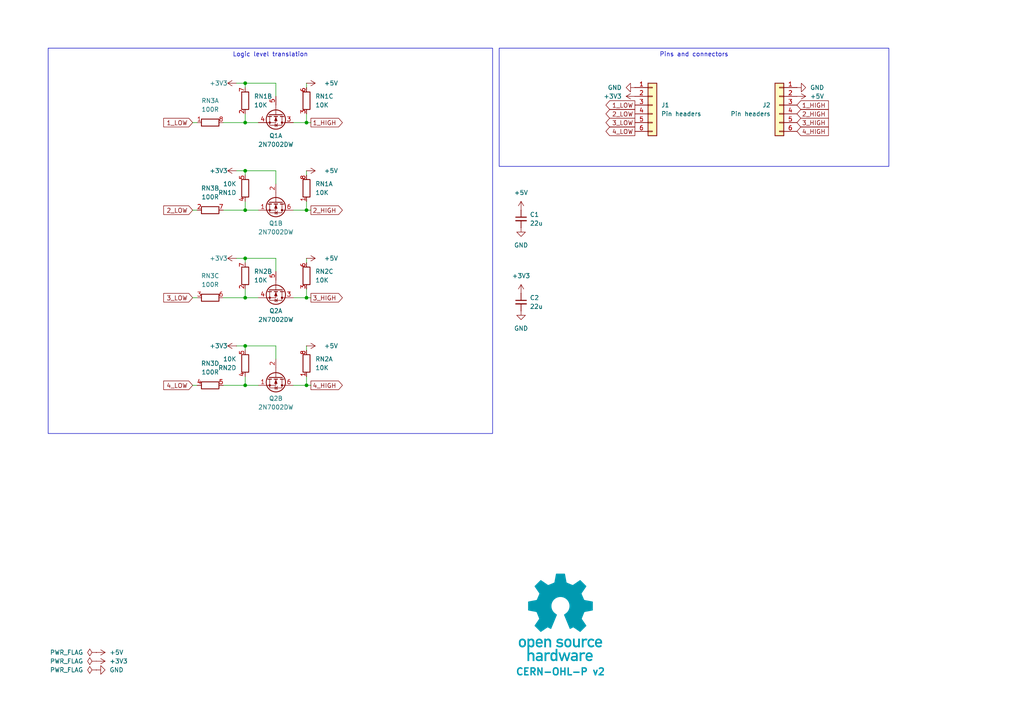
<source format=kicad_sch>
(kicad_sch (version 20231120) (generator "eeschema") (generator_version "8.0")
  (paper "A4")
  (lib_symbols
    (symbol "Connector_Generic:Conn_01x06" (pin_names (offset 1.016) hide)
      (property "Reference" "J" (at 0 7.62 0))
      (property "Value" "Conn_01x06" (at 0 -10.16 0))
      (symbol "Conn_01x06_1_1"
        (rectangle (start -1.27 -7.493) (end 0 -7.747) (stroke (width 0.1524)))
        (rectangle (start -1.27 -4.953) (end 0 -5.207) (stroke (width 0.1524)))
        (rectangle (start -1.27 -2.413) (end 0 -2.667) (stroke (width 0.1524)))
        (rectangle (start -1.27 0.127) (end 0 -0.127) (stroke (width 0.1524)))
        (rectangle (start -1.27 2.667) (end 0 2.413) (stroke (width 0.1524)))
        (rectangle (start -1.27 5.207) (end 0 4.953) (stroke (width 0.1524)))
        (rectangle (start -1.27 6.35) (end 1.27 -8.89) (stroke (width 0.254)) (fill (type background)))
        (pin passive line (at -5.08 5.08 0) (length 3.81) (name "Pin_1") (number "1"))
        (pin passive line (at -5.08 2.54 0) (length 3.81) (name "Pin_2") (number "2"))
        (pin passive line (at -5.08 0 0) (length 3.81) (name "Pin_3") (number "3"))
        (pin passive line (at -5.08 -2.54 0) (length 3.81) (name "Pin_4") (number "4"))
        (pin passive line (at -5.08 -5.08 0) (length 3.81) (name "Pin_5") (number "5"))
        (pin passive line (at -5.08 -7.62 0) (length 3.81) (name "Pin_6") (number "6"))
      )
    )
    (symbol "Device:C_Small" (pin_numbers hide) (pin_names (offset 0.254) hide)
      (property "Reference" "C" (at 0.254 1.778 0))
      (property "Value" "C_Small" (at 0.254 -2.032 0))
      (symbol "C_Small_0_1"
        (polyline (pts (xy -1.524 -0.508) (xy 1.524 -0.508)) (stroke (width 0.3302)))
        (polyline (pts (xy -1.524 0.508) (xy 1.524 0.508)) (stroke (width 0.3048)))
      )
      (symbol "C_Small_1_1"
        (pin passive line (at 0 2.54 270) (length 2.032) (name "~") (number "1"))
        (pin passive line (at 0 -2.54 90) (length 2.032) (name "~") (number "2"))
      )
    )
    (symbol "Device:R_Pack04_Split" (pin_names (offset 0) hide)
      (property "Reference" "RN" (at 2.032 0 90))
      (property "Value" "R_Pack04_Split" (at 0 0 90))
      (symbol "R_Pack04_Split_0_1"
        (rectangle (start 1.016 2.54) (end -1.016 -2.54) (stroke (width 0.254)))
      )
      (symbol "R_Pack04_Split_1_1"
        (pin passive line (at 0 -3.81 90) (length 1.27) (name "R1.1") (number "1"))
        (pin passive line (at 0 3.81 270) (length 1.27) (name "R1.2") (number "8"))
      )
      (symbol "R_Pack04_Split_2_1"
        (pin passive line (at 0 -3.81 90) (length 1.27) (name "R2.1") (number "2"))
        (pin passive line (at 0 3.81 270) (length 1.27) (name "R2.2") (number "7"))
      )
      (symbol "R_Pack04_Split_3_1"
        (pin passive line (at 0 -3.81 90) (length 1.27) (name "R3.1") (number "3"))
        (pin passive line (at 0 3.81 270) (length 1.27) (name "R3.2") (number "6"))
      )
      (symbol "R_Pack04_Split_4_1"
        (pin passive line (at 0 -3.81 90) (length 1.27) (name "R4.1") (number "4"))
        (pin passive line (at 0 3.81 270) (length 1.27) (name "R4.2") (number "5"))
      )
    )
    (symbol "lcsc:2N7002DW" (pin_names hide)
      (property "Reference" "Q" (at 5.08 1.905 0))
      (property "Value" "2N7002DW" (at 5.08 0 0))
      (symbol "2N7002DW_0_1"
        (polyline (pts (xy 0.254 0) (xy -2.54 0)))
        (polyline (pts (xy 0.254 1.905) (xy 0.254 -1.905)) (stroke (width 0.254)))
        (polyline (pts (xy 0.762 -1.27) (xy 0.762 -2.286)) (stroke (width 0.254)))
        (polyline (pts (xy 0.762 0.508) (xy 0.762 -0.508)) (stroke (width 0.254)))
        (polyline (pts (xy 0.762 2.286) (xy 0.762 1.27)) (stroke (width 0.254)))
        (polyline (pts (xy 2.54 2.54) (xy 2.54 1.778)))
        (polyline (pts (xy 2.54 -2.54) (xy 2.54 0) (xy 0.762 0)))
        (polyline (pts (xy 0.762 -1.778) (xy 3.302 -1.778) (xy 3.302 1.778) (xy 0.762 1.778)))
        (polyline (pts (xy 1.016 0) (xy 2.032 0.381) (xy 2.032 -0.381) (xy 1.016 0)) (fill (type outline)))
        (polyline (pts (xy 2.794 0.508) (xy 2.921 0.381) (xy 3.683 0.381) (xy 3.81 0.254)))
        (polyline (pts (xy 3.302 0.381) (xy 2.921 -0.254) (xy 3.683 -0.254) (xy 3.302 0.381)))
        (circle (center 1.651 0) (radius 2.794) (stroke (width 0.254)))
        (circle (center 2.54 -1.778) (radius 0.254) (fill (type outline)))
        (circle (center 2.54 1.778) (radius 0.254) (fill (type outline)))
      )
      (symbol "2N7002DW_1_1"
        (pin passive line (at 2.54 5.08 270) (length 2.54) (name "D") (number "3"))
        (pin passive line (at 2.54 -5.08 90) (length 2.54) (name "S") (number "4"))
        (pin input line (at -5.08 0 0) (length 2.54) (name "G") (number "5"))
      )
      (symbol "2N7002DW_2_1"
        (pin passive line (at 2.54 -5.08 90) (length 2.54) (name "S") (number "1"))
        (pin input line (at -5.08 0 0) (length 2.54) (name "G") (number "2"))
        (pin passive line (at 2.54 5.08 270) (length 2.54) (name "D") (number "6"))
      )
    )
    (symbol "power:+3V3" (power) (pin_numbers hide) (pin_names (offset 0) hide)
      (property "Value" "+3V3" (at 0 3.556 0))
      (symbol "+3V3_0_1"
        (polyline (pts (xy -0.762 1.27) (xy 0 2.54)))
        (polyline (pts (xy 0 0) (xy 0 2.54)))
        (polyline (pts (xy 0 2.54) (xy 0.762 1.27)))
      )
      (symbol "+3V3_1_1"
        (pin power_in line (at 0 0 90) (length 0) (name "~") (number "1"))
      )
    )
    (symbol "power:+5V" (power) (pin_numbers hide) (pin_names (offset 0) hide)
      (property "Value" "+5V" (at 0 3.556 0))
      (symbol "+5V_0_1"
        (polyline (pts (xy -0.762 1.27) (xy 0 2.54)))
        (polyline (pts (xy 0 0) (xy 0 2.54)))
        (polyline (pts (xy 0 2.54) (xy 0.762 1.27)))
      )
      (symbol "+5V_1_1"
        (pin power_in line (at 0 0 90) (length 0) (name "~") (number "1"))
      )
    )
    (symbol "power:GND" (power) (pin_numbers hide) (pin_names (offset 0) hide)
      (property "Value" "GND" (at 0 -3.81 0))
      (symbol "GND_0_1"
        (polyline (pts (xy 0 0) (xy 0 -1.27) (xy 1.27 -1.27) (xy 0 -2.54) (xy -1.27 -1.27) (xy 0 -1.27)))
      )
      (symbol "GND_1_1"
        (pin power_in line (at 0 0 270) (length 0) (name "~") (number "1"))
      )
    )
    (symbol "power:PWR_FLAG" (power) (pin_numbers hide) (pin_names (offset 0) hide)
      (property "Value" "PWR_FLAG" (at 0 3.81 0))
      (symbol "PWR_FLAG_0_0"
        (pin power_out line (at 0 0 90) (length 0) (name "~") (number "1"))
      )
      (symbol "PWR_FLAG_0_1"
        (polyline (pts (xy 0 0) (xy 0 1.27) (xy -1.016 1.905) (xy 0 2.54) (xy 1.016 1.905) (xy 0 1.27)))
      )
    )
    (symbol "power:VCC" (power) (pin_numbers hide) (pin_names (offset 0) hide)
      (property "Value" "VCC" (at 0 3.556 0))
      (symbol "VCC_0_1"
        (polyline (pts (xy -0.762 1.27) (xy 0 2.54)))
        (polyline (pts (xy 0 0) (xy 0 2.54)))
        (polyline (pts (xy 0 2.54) (xy 0.762 1.27)))
      )
      (symbol "VCC_1_1"
        (pin power_in line (at 0 0 90) (length 0) (name "~") (number "1"))
      )
    )
  )
  (junction (at 71.12 100.33))
  (junction (at 71.12 111.76))
  (junction (at 71.12 35.56))
  (junction (at 71.12 74.93))
  (junction (at 71.12 86.36))
  (junction (at 88.9 111.76))
  (junction (at 88.9 35.56))
  (junction (at 88.9 86.36))
  (junction (at 71.12 49.53))
  (junction (at 88.9 60.96))
  (junction (at 71.12 60.96))
  (junction (at 71.12 24.13))
  (wire (pts (xy 88.9 111.76) (xy 90.17 111.76)))
  (wire (pts (xy 68.58 74.93) (xy 71.12 74.93)))
  (wire (pts (xy 85.09 86.36) (xy 88.9 86.36)))
  (wire (pts (xy 88.9 111.76) (xy 88.9 109.22)))
  (wire (pts (xy 80.01 53.34) (xy 80.01 49.53)))
  (wire (pts (xy 68.58 49.53) (xy 71.12 49.53)))
  (wire (pts (xy 85.09 35.56) (xy 88.9 35.56)))
  (wire (pts (xy 71.12 25.4) (xy 71.12 24.13)))
  (wire (pts (xy 71.12 109.22) (xy 71.12 111.76)))
  (wire (pts (xy 85.09 60.96) (xy 88.9 60.96)))
  (wire (pts (xy 88.9 60.96) (xy 88.9 58.42)))
  (wire (pts (xy 68.58 100.33) (xy 71.12 100.33)))
  (wire (pts (xy 85.09 111.76) (xy 88.9 111.76)))
  (wire (pts (xy 55.88 86.36) (xy 57.15 86.36)))
  (wire (pts (xy 64.77 60.96) (xy 71.12 60.96)))
  (wire (pts (xy 80.01 27.94) (xy 80.01 24.13)))
  (wire (pts (xy 71.12 50.8) (xy 71.12 49.53)))
  (wire (pts (xy 55.88 60.96) (xy 57.15 60.96)))
  (wire (pts (xy 71.12 86.36) (xy 74.93 86.36)))
  (wire (pts (xy 64.77 86.36) (xy 71.12 86.36)))
  (wire (pts (xy 88.9 86.36) (xy 90.17 86.36)))
  (wire (pts (xy 71.12 33.02) (xy 71.12 35.56)))
  (wire (pts (xy 71.12 76.2) (xy 71.12 74.93)))
  (wire (pts (xy 80.01 104.14) (xy 80.01 100.33)))
  (wire (pts (xy 71.12 83.82) (xy 71.12 86.36)))
  (wire (pts (xy 71.12 49.53) (xy 80.01 49.53)))
  (wire (pts (xy 88.9 35.56) (xy 88.9 33.02)))
  (wire (pts (xy 55.88 111.76) (xy 57.15 111.76)))
  (wire (pts (xy 88.9 50.8) (xy 88.9 49.53)))
  (wire (pts (xy 71.12 58.42) (xy 71.12 60.96)))
  (wire (pts (xy 71.12 101.6) (xy 71.12 100.33)))
  (wire (pts (xy 80.01 78.74) (xy 80.01 74.93)))
  (wire (pts (xy 88.9 76.2) (xy 88.9 74.93)))
  (wire (pts (xy 71.12 74.93) (xy 80.01 74.93)))
  (wire (pts (xy 71.12 111.76) (xy 74.93 111.76)))
  (wire (pts (xy 71.12 60.96) (xy 74.93 60.96)))
  (wire (pts (xy 88.9 60.96) (xy 90.17 60.96)))
  (wire (pts (xy 71.12 100.33) (xy 80.01 100.33)))
  (wire (pts (xy 71.12 24.13) (xy 80.01 24.13)))
  (wire (pts (xy 88.9 35.56) (xy 90.17 35.56)))
  (wire (pts (xy 88.9 86.36) (xy 88.9 83.82)))
  (wire (pts (xy 68.58 24.13) (xy 71.12 24.13)))
  (wire (pts (xy 88.9 25.4) (xy 88.9 24.13)))
  (wire (pts (xy 71.12 35.56) (xy 74.93 35.56)))
  (wire (pts (xy 64.77 111.76) (xy 71.12 111.76)))
  (wire (pts (xy 64.77 35.56) (xy 71.12 35.56)))
  (wire (pts (xy 55.88 35.56) (xy 57.15 35.56)))
  (wire (pts (xy 88.9 101.6) (xy 88.9 100.33)))
  (image (at 162.56 179.07) (scale 0.37481))
  (text_box "Pins and connectors" (at 144.78 13.97 0) (size 113.03 34.29) (effects (font (size 1.27 1.27)) (justify top)))
  (text_box "Logic level translation" (at 13.97 13.97 0) (size 128.905 111.76) (effects (font (size 1.27 1.27)) (justify top)))
  (text "CERN-OHL-P v2" (at 162.56 195.072 0) (effects (font (size 2 2) (thickness 0.4) (bold yes))))
  (global_label "2_LOW" (shape output) (at 184.15 33.02 180) (property "Intersheetrefs" "${INTERSHEET_REFS}" (effects (hide yes))))
  (global_label "4_HIGH" (shape input) (at 231.14 38.1 0) (property "Intersheetrefs" "${INTERSHEET_REFS}" (effects (hide yes))))
  (global_label "4_LOW" (shape output) (at 184.15 38.1 180) (property "Intersheetrefs" "${INTERSHEET_REFS}" (effects (hide yes))))
  (global_label "3_HIGH" (shape input) (at 231.14 35.56 0) (property "Intersheetrefs" "${INTERSHEET_REFS}" (effects (hide yes))))
  (global_label "1_HIGH" (shape input) (at 231.14 30.48 0) (property "Intersheetrefs" "${INTERSHEET_REFS}" (effects (hide yes))))
  (global_label "2_LOW" (shape input) (at 55.88 60.96 180) (property "Intersheetrefs" "${INTERSHEET_REFS}" (effects (hide yes))))
  (global_label "2_HIGH" (shape output) (at 90.17 60.96 0) (property "Intersheetrefs" "${INTERSHEET_REFS}" (effects (hide yes))))
  (global_label "1_LOW" (shape output) (at 184.15 30.48 180) (property "Intersheetrefs" "${INTERSHEET_REFS}" (effects (hide yes))))
  (global_label "3_LOW" (shape input) (at 55.88 86.36 180) (property "Intersheetrefs" "${INTERSHEET_REFS}" (effects (hide yes))))
  (global_label "1_HIGH" (shape output) (at 90.17 35.56 0) (property "Intersheetrefs" "${INTERSHEET_REFS}" (effects (hide yes))))
  (global_label "2_HIGH" (shape input) (at 231.14 33.02 0) (property "Intersheetrefs" "${INTERSHEET_REFS}" (effects (hide yes))))
  (global_label "4_LOW" (shape input) (at 55.88 111.76 180) (property "Intersheetrefs" "${INTERSHEET_REFS}" (effects (hide yes))))
  (global_label "3_LOW" (shape output) (at 184.15 35.56 180) (property "Intersheetrefs" "${INTERSHEET_REFS}" (effects (hide yes))))
  (global_label "3_HIGH" (shape output) (at 90.17 86.36 0) (property "Intersheetrefs" "${INTERSHEET_REFS}" (effects (hide yes))))
  (global_label "4_HIGH" (shape output) (at 90.17 111.76 0) (property "Intersheetrefs" "${INTERSHEET_REFS}" (effects (hide yes))))
  (global_label "1_LOW" (shape input) (at 55.88 35.56 180) (property "Intersheetrefs" "${INTERSHEET_REFS}" (effects (hide yes))))
  (symbol (lib_id "power:GND") (at 184.15 25.4 270) (unit 1)
    (property "Reference" "#PWR013" (effects (hide yes)))
    (property "Value" "GND" (at 180.34 25.3999 90) (effects (justify right)))
    (property "Description" "Power symbol creates a global label with name \"GND\" , ground" (effects (hide yes)))
  )
  (symbol (lib_id "Device:R_Pack04_Split") (at 71.12 80.01 0) (unit 2)
    (property "Reference" "RN2" (at 73.66 78.7399 0) (effects (justify left)))
    (property "Value" "10K" (at 73.66 81.2799 0) (effects (justify left)))
    (property "Footprint" "Resistor_SMD:R_Array_Convex_4x0603" (effects (hide yes)))
    (property "Description" "4 resistor network, parallel topology, split" (effects (hide yes)))
  )
  (symbol (lib_id "Device:R_Pack04_Split") (at 88.9 29.21 0) (unit 3)
    (property "Reference" "RN1" (at 91.44 27.9399 0) (effects (justify left)))
    (property "Value" "10K" (at 91.44 30.4799 0) (effects (justify left)))
    (property "Footprint" "Resistor_SMD:R_Array_Convex_4x0603" (effects (hide yes)))
    (property "Description" "4 resistor network, parallel topology, split" (effects (hide yes)))
  )
  (symbol (lib_id "lcsc:2N7002DW") (at 80.01 58.42 270) (unit 2)
    (property "Reference" "Q1" (at 80.01 64.77 90))
    (property "Value" "2N7002DW" (at 80.01 67.31 90))
    (property "Footprint" "custom:SOT-363_SC-70-6_simple" (effects (hide yes)))
    (property "Datasheet" "https://www.onsemi.com/download/data-sheet/pdf/2n7002dw-d.pdf" (effects (hide yes)))
    (property "Description" "0.115A Id, 60V Vds, Dual N-Channel MOSFET, SOT-23-6" (effects (hide yes)))
    (property "LCSC Part" "C5190214" (effects (hide yes)))
    (property "JLCPCB_CORRECTION" "0; 0; 270" (effects (hide yes)))
  )
  (symbol (lib_id "Connector_Generic:Conn_01x06") (at 189.23 30.48 0) (unit 1)
    (property "Reference" "J1" (at 191.77 30.4799 0) (effects (justify left)))
    (property "Value" "Pin headers" (at 191.77 33.0199 0) (effects (justify left)))
    (property "Footprint" "custom:PinHeader_1x06_P2.54mm_Vertical_simple_pad1gnd" (effects (hide yes)))
    (property "Description" "Generic connector, single row, 01x06, script generated (kicad-library-utils/schlib/autogen/connector/)" (effects (hide yes)))
  )
  (symbol (lib_id "Device:R_Pack04_Split") (at 71.12 54.61 0) (unit 4)
    (property "Reference" "RN1" (at 68.58 55.8801 0) (effects (justify right)))
    (property "Value" "10K" (at 68.58 53.3401 0) (effects (justify right)))
    (property "Footprint" "Resistor_SMD:R_Array_Convex_4x0603" (effects (hide yes)))
    (property "Description" "4 resistor network, parallel topology, split" (effects (hide yes)))
  )
  (symbol (lib_id "power:VCC") (at 27.94 191.77 270) (unit 1)
    (property "Reference" "#PWR01" (effects (hide yes)))
    (property "Value" "+3V3" (at 31.75 191.7699 90) (effects (justify left)))
    (property "Description" "Power symbol creates a global label with name \"VCC\"" (effects (hide yes)))
  )
  (symbol (lib_id "power:VCC") (at 184.15 27.94 90) (mirror x) (unit 1)
    (property "Reference" "#PWR012" (effects (hide yes)))
    (property "Value" "+3V3" (at 180.34 27.9399 90) (effects (justify left)))
    (property "Description" "Power symbol creates a global label with name \"VCC\"" (effects (hide yes)))
  )
  (symbol (lib_id "power:GND") (at 151.13 66.04 0) (unit 1)
    (property "Reference" "#PWR04" (effects (hide yes)))
    (property "Value" "GND" (at 151.13 71.12 0))
  )
  (symbol (lib_id "Device:R_Pack04_Split") (at 60.96 111.76 270) (unit 4)
    (property "Reference" "RN3" (at 60.96 105.41 90))
    (property "Value" "100R" (at 60.96 107.95 90))
    (property "Footprint" "Resistor_SMD:R_Array_Convex_4x0603" (effects (hide yes)))
    (property "Description" "4 resistor network, parallel topology, split" (effects (hide yes)))
  )
  (symbol (lib_id "lcsc:2N7002DW") (at 80.01 109.22 270) (unit 2)
    (property "Reference" "Q2" (at 80.01 115.57 90))
    (property "Value" "2N7002DW" (at 80.01 118.11 90))
    (property "Footprint" "custom:SOT-363_SC-70-6_simple" (effects (hide yes)))
    (property "Datasheet" "https://www.onsemi.com/download/data-sheet/pdf/2n7002dw-d.pdf" (effects (hide yes)))
    (property "Description" "0.115A Id, 60V Vds, Dual N-Channel MOSFET, SOT-23-6" (effects (hide yes)))
    (property "LCSC Part" "C5190214" (effects (hide yes)))
    (property "JLCPCB_CORRECTION" "0; 0; 270" (effects (hide yes)))
  )
  (symbol (lib_id "Device:R_Pack04_Split") (at 60.96 86.36 270) (unit 3)
    (property "Reference" "RN3" (at 60.96 80.01 90))
    (property "Value" "100R" (at 60.96 82.55 90))
    (property "Footprint" "Resistor_SMD:R_Array_Convex_4x0603" (effects (hide yes)))
    (property "Description" "4 resistor network, parallel topology, split" (effects (hide yes)))
  )
  (symbol (lib_id "power:VCC") (at 27.94 189.23 270) (unit 1)
    (property "Reference" "#PWR011" (effects (hide yes)))
    (property "Value" "+5V" (at 31.75 189.2299 90) (effects (justify left)))
    (property "Description" "Power symbol creates a global label with name \"VCC\"" (effects (hide yes)))
  )
  (symbol (lib_id "power:+3V3") (at 68.58 49.53 90) (unit 1)
    (property "Reference" "#PWR08" (effects (hide yes)))
    (property "Value" "+3V3" (at 66.04 49.5299 90) (effects (justify left)))
    (property "Description" "Power symbol creates a global label with name \"+3V3\"" (effects (hide yes)))
  )
  (symbol (lib_id "power:+5V") (at 88.9 49.53 270) (unit 1)
    (property "Reference" "#PWR010" (effects (hide yes)))
    (property "Value" "+5V" (at 93.98 49.5299 90) (effects (justify left)))
    (property "Description" "Power symbol creates a global label with name \"+5V\"" (effects (hide yes)))
  )
  (symbol (lib_id "power:GND") (at 27.94 194.31 90) (unit 1)
    (property "Reference" "#PWR02" (effects (hide yes)))
    (property "Value" "GND" (at 31.75 194.3099 90) (effects (justify right)))
    (property "Description" "Power symbol creates a global label with name \"GND\" , ground" (effects (hide yes)))
  )
  (symbol (lib_id "Device:R_Pack04_Split") (at 88.9 80.01 0) (unit 3)
    (property "Reference" "RN2" (at 91.44 78.7399 0) (effects (justify left)))
    (property "Value" "10K" (at 91.44 81.2799 0) (effects (justify left)))
    (property "Footprint" "Resistor_SMD:R_Array_Convex_4x0603" (effects (hide yes)))
    (property "Description" "4 resistor network, parallel topology, split" (effects (hide yes)))
  )
  (symbol (lib_id "Device:R_Pack04_Split") (at 60.96 60.96 270) (unit 2)
    (property "Reference" "RN3" (at 60.96 54.61 90))
    (property "Value" "100R" (at 60.96 57.15 90))
    (property "Footprint" "Resistor_SMD:R_Array_Convex_4x0603" (effects (hide yes)))
    (property "Description" "4 resistor network, parallel topology, split" (effects (hide yes)))
  )
  (symbol (lib_id "lcsc:2N7002DW") (at 80.01 83.82 270) (unit 1)
    (property "Reference" "Q2" (at 80.01 90.17 90))
    (property "Value" "2N7002DW" (at 80.01 92.71 90))
    (property "Footprint" "custom:SOT-363_SC-70-6_simple" (effects (hide yes)))
    (property "Datasheet" "https://www.onsemi.com/download/data-sheet/pdf/2n7002dw-d.pdf" (effects (hide yes)))
    (property "Description" "0.115A Id, 60V Vds, Dual N-Channel MOSFET, SOT-23-6" (effects (hide yes)))
    (property "LCSC Part" "C5190214" (effects (hide yes)))
    (property "JLCPCB_CORRECTION" "0; 0; 270" (effects (hide yes)))
  )
  (symbol (lib_id "Device:R_Pack04_Split") (at 60.96 35.56 270) (unit 1)
    (property "Reference" "RN3" (at 60.96 29.21 90))
    (property "Value" "100R" (at 60.96 31.75 90))
    (property "Footprint" "Resistor_SMD:R_Array_Convex_4x0603" (effects (hide yes)))
    (property "Description" "4 resistor network, parallel topology, split" (effects (hide yes)))
  )
  (symbol (lib_id "power:+3V3") (at 68.58 24.13 90) (unit 1)
    (property "Reference" "#PWR07" (effects (hide yes)))
    (property "Value" "+3V3" (at 66.04 24.1299 90) (effects (justify left)))
    (property "Description" "Power symbol creates a global label with name \"+3V3\"" (effects (hide yes)))
  )
  (symbol (lib_id "power:PWR_FLAG") (at 27.94 189.23 90) (unit 1)
    (property "Reference" "#FLG03" (effects (hide yes)))
    (property "Value" "PWR_FLAG" (at 24.13 189.2299 90) (effects (justify left)))
    (property "Description" "Special symbol for telling ERC where power comes from" (effects (hide yes)))
  )
  (symbol (lib_id "lcsc:2N7002DW") (at 80.01 33.02 270) (unit 1)
    (property "Reference" "Q1" (at 80.01 39.37 90))
    (property "Value" "2N7002DW" (at 80.01 41.91 90))
    (property "Footprint" "custom:SOT-363_SC-70-6_simple" (effects (hide yes)))
    (property "Datasheet" "https://www.onsemi.com/download/data-sheet/pdf/2n7002dw-d.pdf" (effects (hide yes)))
    (property "Description" "0.115A Id, 60V Vds, Dual N-Channel MOSFET, SOT-23-6" (effects (hide yes)))
    (property "LCSC Part" "C5190214" (effects (hide yes)))
    (property "JLCPCB_CORRECTION" "0; 0; 270" (effects (hide yes)))
  )
  (symbol (lib_id "power:PWR_FLAG") (at 27.94 191.77 90) (unit 1)
    (property "Reference" "#FLG01" (effects (hide yes)))
    (property "Value" "PWR_FLAG" (at 24.13 191.7699 90) (effects (justify left)))
    (property "Description" "Special symbol for telling ERC where power comes from" (effects (hide yes)))
  )
  (symbol (lib_id "power:+5V") (at 88.9 24.13 270) (unit 1)
    (property "Reference" "#PWR09" (effects (hide yes)))
    (property "Value" "+5V" (at 93.98 24.1299 90) (effects (justify left)))
    (property "Description" "Power symbol creates a global label with name \"+5V\"" (effects (hide yes)))
  )
  (symbol (lib_id "power:+5V") (at 151.13 60.96 0) (unit 1)
    (property "Reference" "#PWR03" (effects (hide yes)))
    (property "Value" "+5V" (at 151.13 55.88 0))
    (property "Description" "Power symbol creates a global label with name \"+5V\"" (effects (hide yes)))
  )
  (symbol (lib_id "power:GND") (at 231.14 25.4 90) (mirror x) (unit 1)
    (property "Reference" "#PWR015" (effects (hide yes)))
    (property "Value" "GND" (at 234.95 25.4001 90) (effects (justify right)))
    (property "Description" "Power symbol creates a global label with name \"GND\" , ground" (effects (hide yes)))
  )
  (symbol (lib_id "Device:R_Pack04_Split") (at 88.9 105.41 0) (unit 1)
    (property "Reference" "RN2" (at 91.44 104.1399 0) (effects (justify left)))
    (property "Value" "10K" (at 91.44 106.6799 0) (effects (justify left)))
    (property "Footprint" "Resistor_SMD:R_Array_Convex_4x0603" (effects (hide yes)))
    (property "Description" "4 resistor network, parallel topology, split" (effects (hide yes)))
  )
  (symbol (lib_id "power:VCC") (at 231.14 27.94 270) (mirror x) (unit 1)
    (property "Reference" "#PWR014" (effects (hide yes)))
    (property "Value" "+5V" (at 234.95 27.9401 90) (effects (justify left)))
    (property "Description" "Power symbol creates a global label with name \"VCC\"" (effects (hide yes)))
  )
  (symbol (lib_id "power:+3V3") (at 68.58 100.33 90) (unit 1)
    (property "Reference" "#PWR017" (effects (hide yes)))
    (property "Value" "+3V3" (at 66.04 100.3299 90) (effects (justify left)))
    (property "Description" "Power symbol creates a global label with name \"+3V3\"" (effects (hide yes)))
  )
  (symbol (lib_id "Device:R_Pack04_Split") (at 88.9 54.61 0) (unit 1)
    (property "Reference" "RN1" (at 91.44 53.3399 0) (effects (justify left)))
    (property "Value" "10K" (at 91.44 55.8799 0) (effects (justify left)))
    (property "Footprint" "Resistor_SMD:R_Array_Convex_4x0603" (effects (hide yes)))
    (property "Description" "4 resistor network, parallel topology, split" (effects (hide yes)))
  )
  (symbol (lib_id "power:PWR_FLAG") (at 27.94 194.31 90) (unit 1)
    (property "Reference" "#FLG02" (effects (hide yes)))
    (property "Value" "PWR_FLAG" (at 24.13 194.3099 90) (effects (justify left)))
    (property "Description" "Special symbol for telling ERC where power comes from" (effects (hide yes)))
  )
  (symbol (lib_id "power:VCC") (at 151.13 85.09 0) (unit 1)
    (property "Reference" "#PWR05" (effects (hide yes)))
    (property "Value" "+3V3" (at 151.13 80.01 0))
    (property "Description" "Power symbol creates a global label with name \"VCC\"" (effects (hide yes)))
  )
  (symbol (lib_id "Connector_Generic:Conn_01x06") (at 226.06 30.48 0) (mirror y) (unit 1)
    (property "Reference" "J2" (at 223.52 30.4799 0) (effects (justify left)))
    (property "Value" "Pin headers" (at 223.52 33.0199 0) (effects (justify left)))
    (property "Footprint" "custom:PinHeader_1x06_P2.54mm_Vertical_simple_pad1gnd" (effects (hide yes)))
    (property "Description" "Generic connector, single row, 01x06, script generated (kicad-library-utils/schlib/autogen/connector/)" (effects (hide yes)))
  )
  (symbol (lib_id "Device:C_Small") (at 151.13 63.5 0) (unit 1)
    (property "Reference" "C1" (at 153.67 62.2362 0) (effects (justify left)))
    (property "Value" "22u" (at 153.67 64.7762 0) (effects (justify left)))
    (property "Footprint" "custom:C_0603_1608Metric_Pad1.08x0.95mm_HandSolder" (effects (hide yes)))
    (property "Description" "Unpolarized capacitor, small symbol" (effects (hide yes)))
  )
  (symbol (lib_id "power:+3V3") (at 68.58 74.93 90) (unit 1)
    (property "Reference" "#PWR016" (effects (hide yes)))
    (property "Value" "+3V3" (at 66.04 74.9299 90) (effects (justify left)))
    (property "Description" "Power symbol creates a global label with name \"+3V3\"" (effects (hide yes)))
  )
  (symbol (lib_id "power:+5V") (at 88.9 74.93 270) (unit 1)
    (property "Reference" "#PWR018" (effects (hide yes)))
    (property "Value" "+5V" (at 93.98 74.9299 90) (effects (justify left)))
    (property "Description" "Power symbol creates a global label with name \"+5V\"" (effects (hide yes)))
  )
  (symbol (lib_id "Device:C_Small") (at 151.13 87.63 0) (unit 1)
    (property "Reference" "C2" (at 153.67 86.3662 0) (effects (justify left)))
    (property "Value" "22u" (at 153.67 88.9062 0) (effects (justify left)))
    (property "Footprint" "custom:C_0603_1608Metric_Pad1.08x0.95mm_HandSolder" (effects (hide yes)))
    (property "Description" "Unpolarized capacitor, small symbol" (effects (hide yes)))
  )
  (symbol (lib_id "Device:R_Pack04_Split") (at 71.12 105.41 0) (unit 4)
    (property "Reference" "RN2" (at 68.58 106.6801 0) (effects (justify right)))
    (property "Value" "10K" (at 68.58 104.1401 0) (effects (justify right)))
    (property "Footprint" "Resistor_SMD:R_Array_Convex_4x0603" (effects (hide yes)))
    (property "Description" "4 resistor network, parallel topology, split" (effects (hide yes)))
  )
  (symbol (lib_id "power:+5V") (at 88.9 100.33 270) (unit 1)
    (property "Reference" "#PWR019" (effects (hide yes)))
    (property "Value" "+5V" (at 93.98 100.3299 90) (effects (justify left)))
    (property "Description" "Power symbol creates a global label with name \"+5V\"" (effects (hide yes)))
  )
  (symbol (lib_id "power:GND") (at 151.13 90.17 0) (unit 1)
    (property "Reference" "#PWR06" (effects (hide yes)))
    (property "Value" "GND" (at 151.13 95.25 0))
  )
  (symbol (lib_id "Device:R_Pack04_Split") (at 71.12 29.21 0) (unit 2)
    (property "Reference" "RN1" (at 73.66 27.9399 0) (effects (justify left)))
    (property "Value" "10K" (at 73.66 30.4799 0) (effects (justify left)))
    (property "Footprint" "Resistor_SMD:R_Array_Convex_4x0603" (effects (hide yes)))
    (property "Description" "4 resistor network, parallel topology, split" (effects (hide yes)))
  )
)
</source>
